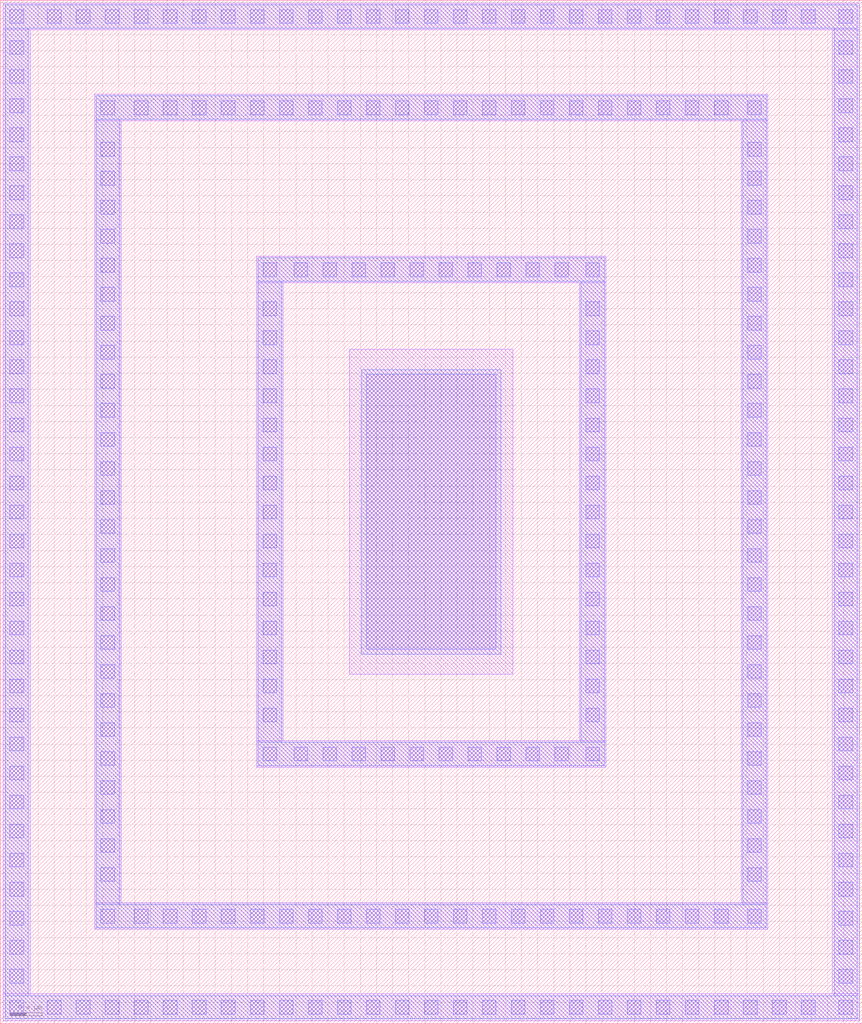
<source format=lef>
# Copyright 2020 The SkyWater PDK Authors
#
# Licensed under the Apache License, Version 2.0 (the "License");
# you may not use this file except in compliance with the License.
# You may obtain a copy of the License at
#
#     https://www.apache.org/licenses/LICENSE-2.0
#
# Unless required by applicable law or agreed to in writing, software
# distributed under the License is distributed on an "AS IS" BASIS,
# WITHOUT WARRANTIES OR CONDITIONS OF ANY KIND, either express or implied.
# See the License for the specific language governing permissions and
# limitations under the License.
#
# SPDX-License-Identifier: Apache-2.0

VERSION 5.7 ;
  NOWIREEXTENSIONATPIN ON ;
  DIVIDERCHAR "/" ;
  BUSBITCHARS "[]" ;
MACRO sky130_fd_pr__rf_npn_05v5_W2p00L4p00
  CLASS BLOCK ;
  FOREIGN sky130_fd_pr__rf_npn_05v5_W2p00L4p00 ;
  ORIGIN -0.130000 -0.130000 ;
  SIZE  10.70000 BY  12.70000 ;
  OBS
    LAYER li1 ;
      RECT  0.170000  0.170000 10.790000  0.500000 ;
      RECT  0.170000  0.500000  0.500000 12.460000 ;
      RECT  0.170000 12.460000 10.790000 12.790000 ;
      RECT  1.300000  1.300000  9.660000  1.630000 ;
      RECT  1.300000  1.630000  1.630000 11.330000 ;
      RECT  1.300000 11.330000  9.660000 11.660000 ;
      RECT  3.310000  3.310000  7.650000  3.640000 ;
      RECT  3.310000  3.640000  3.640000  9.320000 ;
      RECT  3.310000  9.320000  7.650000  9.650000 ;
      RECT  4.465000  4.465000  6.495000  8.495000 ;
      RECT  7.320000  3.640000  7.650000  9.320000 ;
      RECT  9.330000  1.630000  9.660000 11.330000 ;
      RECT 10.460000  0.500000 10.790000 12.460000 ;
    LAYER mcon ;
      RECT  0.250000  0.250000  0.420000  0.420000 ;
      RECT  0.250000  0.635000  0.420000  0.805000 ;
      RECT  0.250000  0.995000  0.420000  1.165000 ;
      RECT  0.250000  1.355000  0.420000  1.525000 ;
      RECT  0.250000  1.715000  0.420000  1.885000 ;
      RECT  0.250000  2.075000  0.420000  2.245000 ;
      RECT  0.250000  2.435000  0.420000  2.605000 ;
      RECT  0.250000  2.795000  0.420000  2.965000 ;
      RECT  0.250000  3.155000  0.420000  3.325000 ;
      RECT  0.250000  3.515000  0.420000  3.685000 ;
      RECT  0.250000  3.875000  0.420000  4.045000 ;
      RECT  0.250000  4.235000  0.420000  4.405000 ;
      RECT  0.250000  4.595000  0.420000  4.765000 ;
      RECT  0.250000  4.955000  0.420000  5.125000 ;
      RECT  0.250000  5.315000  0.420000  5.485000 ;
      RECT  0.250000  5.675000  0.420000  5.845000 ;
      RECT  0.250000  6.035000  0.420000  6.205000 ;
      RECT  0.250000  6.395000  0.420000  6.565000 ;
      RECT  0.250000  6.755000  0.420000  6.925000 ;
      RECT  0.250000  7.115000  0.420000  7.285000 ;
      RECT  0.250000  7.475000  0.420000  7.645000 ;
      RECT  0.250000  7.835000  0.420000  8.005000 ;
      RECT  0.250000  8.195000  0.420000  8.365000 ;
      RECT  0.250000  8.555000  0.420000  8.725000 ;
      RECT  0.250000  8.915000  0.420000  9.085000 ;
      RECT  0.250000  9.275000  0.420000  9.445000 ;
      RECT  0.250000  9.635000  0.420000  9.805000 ;
      RECT  0.250000  9.995000  0.420000 10.165000 ;
      RECT  0.250000 10.355000  0.420000 10.525000 ;
      RECT  0.250000 10.715000  0.420000 10.885000 ;
      RECT  0.250000 11.075000  0.420000 11.245000 ;
      RECT  0.250000 11.435000  0.420000 11.605000 ;
      RECT  0.250000 11.795000  0.420000 11.965000 ;
      RECT  0.250000 12.155000  0.420000 12.325000 ;
      RECT  0.250000 12.540000  0.420000 12.710000 ;
      RECT  0.715000  0.250000  0.885000  0.420000 ;
      RECT  0.715000 12.540000  0.885000 12.710000 ;
      RECT  1.075000  0.250000  1.245000  0.420000 ;
      RECT  1.075000 12.540000  1.245000 12.710000 ;
      RECT  1.380000  1.380000  1.550000  1.550000 ;
      RECT  1.380000  1.895000  1.550000  2.065000 ;
      RECT  1.380000  2.255000  1.550000  2.425000 ;
      RECT  1.380000  2.615000  1.550000  2.785000 ;
      RECT  1.380000  2.975000  1.550000  3.145000 ;
      RECT  1.380000  3.335000  1.550000  3.505000 ;
      RECT  1.380000  3.695000  1.550000  3.865000 ;
      RECT  1.380000  4.055000  1.550000  4.225000 ;
      RECT  1.380000  4.415000  1.550000  4.585000 ;
      RECT  1.380000  4.775000  1.550000  4.945000 ;
      RECT  1.380000  5.135000  1.550000  5.305000 ;
      RECT  1.380000  5.495000  1.550000  5.665000 ;
      RECT  1.380000  5.855000  1.550000  6.025000 ;
      RECT  1.380000  6.215000  1.550000  6.385000 ;
      RECT  1.380000  6.575000  1.550000  6.745000 ;
      RECT  1.380000  6.935000  1.550000  7.105000 ;
      RECT  1.380000  7.295000  1.550000  7.465000 ;
      RECT  1.380000  7.655000  1.550000  7.825000 ;
      RECT  1.380000  8.015000  1.550000  8.185000 ;
      RECT  1.380000  8.375000  1.550000  8.545000 ;
      RECT  1.380000  8.735000  1.550000  8.905000 ;
      RECT  1.380000  9.095000  1.550000  9.265000 ;
      RECT  1.380000  9.455000  1.550000  9.625000 ;
      RECT  1.380000  9.815000  1.550000  9.985000 ;
      RECT  1.380000 10.175000  1.550000 10.345000 ;
      RECT  1.380000 10.535000  1.550000 10.705000 ;
      RECT  1.380000 10.895000  1.550000 11.065000 ;
      RECT  1.380000 11.410000  1.550000 11.580000 ;
      RECT  1.435000  0.250000  1.605000  0.420000 ;
      RECT  1.435000 12.540000  1.605000 12.710000 ;
      RECT  1.795000  0.250000  1.965000  0.420000 ;
      RECT  1.795000  1.380000  1.965000  1.550000 ;
      RECT  1.795000 11.410000  1.965000 11.580000 ;
      RECT  1.795000 12.540000  1.965000 12.710000 ;
      RECT  2.155000  0.250000  2.325000  0.420000 ;
      RECT  2.155000  1.380000  2.325000  1.550000 ;
      RECT  2.155000 11.410000  2.325000 11.580000 ;
      RECT  2.155000 12.540000  2.325000 12.710000 ;
      RECT  2.515000  0.250000  2.685000  0.420000 ;
      RECT  2.515000  1.380000  2.685000  1.550000 ;
      RECT  2.515000 11.410000  2.685000 11.580000 ;
      RECT  2.515000 12.540000  2.685000 12.710000 ;
      RECT  2.875000  0.250000  3.045000  0.420000 ;
      RECT  2.875000  1.380000  3.045000  1.550000 ;
      RECT  2.875000 11.410000  3.045000 11.580000 ;
      RECT  2.875000 12.540000  3.045000 12.710000 ;
      RECT  3.235000  0.250000  3.405000  0.420000 ;
      RECT  3.235000  1.380000  3.405000  1.550000 ;
      RECT  3.235000 11.410000  3.405000 11.580000 ;
      RECT  3.235000 12.540000  3.405000 12.710000 ;
      RECT  3.390000  3.390000  3.560000  3.560000 ;
      RECT  3.390000  3.875000  3.560000  4.045000 ;
      RECT  3.390000  4.235000  3.560000  4.405000 ;
      RECT  3.390000  4.595000  3.560000  4.765000 ;
      RECT  3.390000  4.955000  3.560000  5.125000 ;
      RECT  3.390000  5.315000  3.560000  5.485000 ;
      RECT  3.390000  5.675000  3.560000  5.845000 ;
      RECT  3.390000  6.035000  3.560000  6.205000 ;
      RECT  3.390000  6.395000  3.560000  6.565000 ;
      RECT  3.390000  6.755000  3.560000  6.925000 ;
      RECT  3.390000  7.115000  3.560000  7.285000 ;
      RECT  3.390000  7.475000  3.560000  7.645000 ;
      RECT  3.390000  7.835000  3.560000  8.005000 ;
      RECT  3.390000  8.195000  3.560000  8.365000 ;
      RECT  3.390000  8.555000  3.560000  8.725000 ;
      RECT  3.390000  8.915000  3.560000  9.085000 ;
      RECT  3.390000  9.400000  3.560000  9.570000 ;
      RECT  3.595000  0.250000  3.765000  0.420000 ;
      RECT  3.595000  1.380000  3.765000  1.550000 ;
      RECT  3.595000 11.410000  3.765000 11.580000 ;
      RECT  3.595000 12.540000  3.765000 12.710000 ;
      RECT  3.775000  3.390000  3.945000  3.560000 ;
      RECT  3.775000  9.400000  3.945000  9.570000 ;
      RECT  3.955000  0.250000  4.125000  0.420000 ;
      RECT  3.955000  1.380000  4.125000  1.550000 ;
      RECT  3.955000 11.410000  4.125000 11.580000 ;
      RECT  3.955000 12.540000  4.125000 12.710000 ;
      RECT  4.135000  3.390000  4.305000  3.560000 ;
      RECT  4.135000  9.400000  4.305000  9.570000 ;
      RECT  4.315000  0.250000  4.485000  0.420000 ;
      RECT  4.315000  1.380000  4.485000  1.550000 ;
      RECT  4.315000 11.410000  4.485000 11.580000 ;
      RECT  4.315000 12.540000  4.485000 12.710000 ;
      RECT  4.495000  3.390000  4.665000  3.560000 ;
      RECT  4.495000  9.400000  4.665000  9.570000 ;
      RECT  4.675000  0.250000  4.845000  0.420000 ;
      RECT  4.675000  1.380000  4.845000  1.550000 ;
      RECT  4.675000  4.775000  6.285000  8.185000 ;
      RECT  4.675000 11.410000  4.845000 11.580000 ;
      RECT  4.675000 12.540000  4.845000 12.710000 ;
      RECT  4.855000  3.390000  5.025000  3.560000 ;
      RECT  4.855000  9.400000  5.025000  9.570000 ;
      RECT  5.035000  0.250000  5.205000  0.420000 ;
      RECT  5.035000  1.380000  5.205000  1.550000 ;
      RECT  5.035000 11.410000  5.205000 11.580000 ;
      RECT  5.035000 12.540000  5.205000 12.710000 ;
      RECT  5.215000  3.390000  5.385000  3.560000 ;
      RECT  5.215000  9.400000  5.385000  9.570000 ;
      RECT  5.395000  0.250000  5.565000  0.420000 ;
      RECT  5.395000  1.380000  5.565000  1.550000 ;
      RECT  5.395000 11.410000  5.565000 11.580000 ;
      RECT  5.395000 12.540000  5.565000 12.710000 ;
      RECT  5.575000  3.390000  5.745000  3.560000 ;
      RECT  5.575000  9.400000  5.745000  9.570000 ;
      RECT  5.755000  0.250000  5.925000  0.420000 ;
      RECT  5.755000  1.380000  5.925000  1.550000 ;
      RECT  5.755000 11.410000  5.925000 11.580000 ;
      RECT  5.755000 12.540000  5.925000 12.710000 ;
      RECT  5.935000  3.390000  6.105000  3.560000 ;
      RECT  5.935000  9.400000  6.105000  9.570000 ;
      RECT  6.115000  0.250000  6.285000  0.420000 ;
      RECT  6.115000  1.380000  6.285000  1.550000 ;
      RECT  6.115000 11.410000  6.285000 11.580000 ;
      RECT  6.115000 12.540000  6.285000 12.710000 ;
      RECT  6.295000  3.390000  6.465000  3.560000 ;
      RECT  6.295000  9.400000  6.465000  9.570000 ;
      RECT  6.475000  0.250000  6.645000  0.420000 ;
      RECT  6.475000  1.380000  6.645000  1.550000 ;
      RECT  6.475000 11.410000  6.645000 11.580000 ;
      RECT  6.475000 12.540000  6.645000 12.710000 ;
      RECT  6.655000  3.390000  6.825000  3.560000 ;
      RECT  6.655000  9.400000  6.825000  9.570000 ;
      RECT  6.835000  0.250000  7.005000  0.420000 ;
      RECT  6.835000  1.380000  7.005000  1.550000 ;
      RECT  6.835000 11.410000  7.005000 11.580000 ;
      RECT  6.835000 12.540000  7.005000 12.710000 ;
      RECT  7.015000  3.390000  7.185000  3.560000 ;
      RECT  7.015000  9.400000  7.185000  9.570000 ;
      RECT  7.195000  0.250000  7.365000  0.420000 ;
      RECT  7.195000  1.380000  7.365000  1.550000 ;
      RECT  7.195000 11.410000  7.365000 11.580000 ;
      RECT  7.195000 12.540000  7.365000 12.710000 ;
      RECT  7.400000  3.390000  7.570000  3.560000 ;
      RECT  7.400000  3.875000  7.570000  4.045000 ;
      RECT  7.400000  4.235000  7.570000  4.405000 ;
      RECT  7.400000  4.595000  7.570000  4.765000 ;
      RECT  7.400000  4.955000  7.570000  5.125000 ;
      RECT  7.400000  5.315000  7.570000  5.485000 ;
      RECT  7.400000  5.675000  7.570000  5.845000 ;
      RECT  7.400000  6.035000  7.570000  6.205000 ;
      RECT  7.400000  6.395000  7.570000  6.565000 ;
      RECT  7.400000  6.755000  7.570000  6.925000 ;
      RECT  7.400000  7.115000  7.570000  7.285000 ;
      RECT  7.400000  7.475000  7.570000  7.645000 ;
      RECT  7.400000  7.835000  7.570000  8.005000 ;
      RECT  7.400000  8.195000  7.570000  8.365000 ;
      RECT  7.400000  8.555000  7.570000  8.725000 ;
      RECT  7.400000  8.915000  7.570000  9.085000 ;
      RECT  7.400000  9.400000  7.570000  9.570000 ;
      RECT  7.555000  0.250000  7.725000  0.420000 ;
      RECT  7.555000  1.380000  7.725000  1.550000 ;
      RECT  7.555000 11.410000  7.725000 11.580000 ;
      RECT  7.555000 12.540000  7.725000 12.710000 ;
      RECT  7.915000  0.250000  8.085000  0.420000 ;
      RECT  7.915000  1.380000  8.085000  1.550000 ;
      RECT  7.915000 11.410000  8.085000 11.580000 ;
      RECT  7.915000 12.540000  8.085000 12.710000 ;
      RECT  8.275000  0.250000  8.445000  0.420000 ;
      RECT  8.275000  1.380000  8.445000  1.550000 ;
      RECT  8.275000 11.410000  8.445000 11.580000 ;
      RECT  8.275000 12.540000  8.445000 12.710000 ;
      RECT  8.635000  0.250000  8.805000  0.420000 ;
      RECT  8.635000  1.380000  8.805000  1.550000 ;
      RECT  8.635000 11.410000  8.805000 11.580000 ;
      RECT  8.635000 12.540000  8.805000 12.710000 ;
      RECT  8.995000  0.250000  9.165000  0.420000 ;
      RECT  8.995000  1.380000  9.165000  1.550000 ;
      RECT  8.995000 11.410000  9.165000 11.580000 ;
      RECT  8.995000 12.540000  9.165000 12.710000 ;
      RECT  9.355000  0.250000  9.525000  0.420000 ;
      RECT  9.355000 12.540000  9.525000 12.710000 ;
      RECT  9.410000  1.380000  9.580000  1.550000 ;
      RECT  9.410000  1.895000  9.580000  2.065000 ;
      RECT  9.410000  2.255000  9.580000  2.425000 ;
      RECT  9.410000  2.615000  9.580000  2.785000 ;
      RECT  9.410000  2.975000  9.580000  3.145000 ;
      RECT  9.410000  3.335000  9.580000  3.505000 ;
      RECT  9.410000  3.695000  9.580000  3.865000 ;
      RECT  9.410000  4.055000  9.580000  4.225000 ;
      RECT  9.410000  4.415000  9.580000  4.585000 ;
      RECT  9.410000  4.775000  9.580000  4.945000 ;
      RECT  9.410000  5.135000  9.580000  5.305000 ;
      RECT  9.410000  5.495000  9.580000  5.665000 ;
      RECT  9.410000  5.855000  9.580000  6.025000 ;
      RECT  9.410000  6.215000  9.580000  6.385000 ;
      RECT  9.410000  6.575000  9.580000  6.745000 ;
      RECT  9.410000  6.935000  9.580000  7.105000 ;
      RECT  9.410000  7.295000  9.580000  7.465000 ;
      RECT  9.410000  7.655000  9.580000  7.825000 ;
      RECT  9.410000  8.015000  9.580000  8.185000 ;
      RECT  9.410000  8.375000  9.580000  8.545000 ;
      RECT  9.410000  8.735000  9.580000  8.905000 ;
      RECT  9.410000  9.095000  9.580000  9.265000 ;
      RECT  9.410000  9.455000  9.580000  9.625000 ;
      RECT  9.410000  9.815000  9.580000  9.985000 ;
      RECT  9.410000 10.175000  9.580000 10.345000 ;
      RECT  9.410000 10.535000  9.580000 10.705000 ;
      RECT  9.410000 10.895000  9.580000 11.065000 ;
      RECT  9.410000 11.410000  9.580000 11.580000 ;
      RECT  9.715000  0.250000  9.885000  0.420000 ;
      RECT  9.715000 12.540000  9.885000 12.710000 ;
      RECT 10.075000  0.250000 10.245000  0.420000 ;
      RECT 10.075000 12.540000 10.245000 12.710000 ;
      RECT 10.540000  0.250000 10.710000  0.420000 ;
      RECT 10.540000  0.635000 10.710000  0.805000 ;
      RECT 10.540000  0.995000 10.710000  1.165000 ;
      RECT 10.540000  1.355000 10.710000  1.525000 ;
      RECT 10.540000  1.715000 10.710000  1.885000 ;
      RECT 10.540000  2.075000 10.710000  2.245000 ;
      RECT 10.540000  2.435000 10.710000  2.605000 ;
      RECT 10.540000  2.795000 10.710000  2.965000 ;
      RECT 10.540000  3.155000 10.710000  3.325000 ;
      RECT 10.540000  3.515000 10.710000  3.685000 ;
      RECT 10.540000  3.875000 10.710000  4.045000 ;
      RECT 10.540000  4.235000 10.710000  4.405000 ;
      RECT 10.540000  4.595000 10.710000  4.765000 ;
      RECT 10.540000  4.955000 10.710000  5.125000 ;
      RECT 10.540000  5.315000 10.710000  5.485000 ;
      RECT 10.540000  5.675000 10.710000  5.845000 ;
      RECT 10.540000  6.035000 10.710000  6.205000 ;
      RECT 10.540000  6.395000 10.710000  6.565000 ;
      RECT 10.540000  6.755000 10.710000  6.925000 ;
      RECT 10.540000  7.115000 10.710000  7.285000 ;
      RECT 10.540000  7.475000 10.710000  7.645000 ;
      RECT 10.540000  7.835000 10.710000  8.005000 ;
      RECT 10.540000  8.195000 10.710000  8.365000 ;
      RECT 10.540000  8.555000 10.710000  8.725000 ;
      RECT 10.540000  8.915000 10.710000  9.085000 ;
      RECT 10.540000  9.275000 10.710000  9.445000 ;
      RECT 10.540000  9.635000 10.710000  9.805000 ;
      RECT 10.540000  9.995000 10.710000 10.165000 ;
      RECT 10.540000 10.355000 10.710000 10.525000 ;
      RECT 10.540000 10.715000 10.710000 10.885000 ;
      RECT 10.540000 11.075000 10.710000 11.245000 ;
      RECT 10.540000 11.435000 10.710000 11.605000 ;
      RECT 10.540000 11.795000 10.710000 11.965000 ;
      RECT 10.540000 12.155000 10.710000 12.325000 ;
      RECT 10.540000 12.540000 10.710000 12.710000 ;
    LAYER met1 ;
      RECT  0.190000  0.190000 10.770000  0.480000 ;
      RECT  0.190000  0.480000  0.480000 12.480000 ;
      RECT  0.190000 12.480000 10.770000 12.770000 ;
      RECT  1.320000  1.320000  9.640000  1.610000 ;
      RECT  1.320000  1.610000  1.610000 11.350000 ;
      RECT  1.320000 11.350000  9.640000 11.640000 ;
      RECT  3.330000  3.330000  7.630000  3.620000 ;
      RECT  3.330000  3.620000  3.620000  9.340000 ;
      RECT  3.330000  9.340000  7.630000  9.630000 ;
      RECT  4.615000  4.715000  6.345000  8.245000 ;
      RECT  7.340000  3.620000  7.630000  9.340000 ;
      RECT  9.350000  1.610000  9.640000 11.350000 ;
      RECT 10.480000  0.480000 10.770000 12.480000 ;
  END
END sky130_fd_pr__rf_npn_05v5_W2p00L4p00
END LIBRARY

</source>
